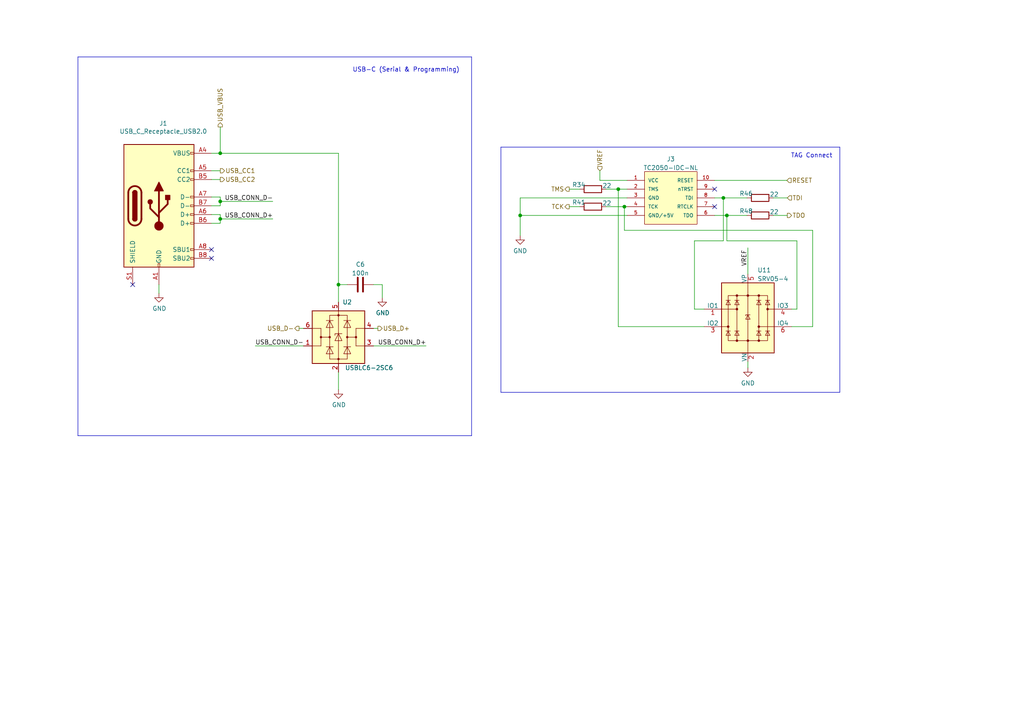
<source format=kicad_sch>
(kicad_sch (version 20230121) (generator eeschema)
  (paper "A4")
  (title_block (title "BCD-0o27 - Connectors") (date "2022-07-21") (rev "2") (company "BalcCon"))
  (lib_symbols
    (symbol "Connector:USB_C_Receptacle_USB2.0" (pin_names (offset 1.016))
      (property "Reference" "J" (at -10.16 19.05 0))
      (property "Value" "USB_C_Receptacle_USB2.0" (at 19.05 19.05 0))
      (symbol "USB_C_Receptacle_USB2.0_0_0"
        (rectangle (start -0.254 -17.78) (end 0.254 -16.764))
        (rectangle (start 10.16 -14.986) (end 9.144 -15.494))
        (rectangle (start 10.16 -12.446) (end 9.144 -12.954))
        (rectangle (start 10.16 -4.826) (end 9.144 -5.334))
        (rectangle (start 10.16 -2.286) (end 9.144 -2.794))
        (rectangle (start 10.16 0.254) (end 9.144 -0.254))
        (rectangle (start 10.16 2.794) (end 9.144 2.286))
        (rectangle (start 10.16 7.874) (end 9.144 7.366))
        (rectangle (start 10.16 10.414) (end 9.144 9.906))
        (rectangle (start 10.16 15.494) (end 9.144 14.986))
      )
      (symbol "USB_C_Receptacle_USB2.0_0_1"
        (rectangle (start -10.16 17.78) (end 10.16 -17.78) (stroke (width 0.254)) (fill (type background)))
        (arc (start -8.89 -3.81) (mid -6.985 -5.7067) (end -5.08 -3.81) (stroke (width 0.508)))
        (arc (start -7.62 -3.81) (mid -6.985 -4.4423) (end -6.35 -3.81) (stroke (width 0.254)))
        (arc (start -7.62 -3.81) (mid -6.985 -4.4423) (end -6.35 -3.81) (stroke (width 0.254)) (fill (type outline)))
        (rectangle (start -7.62 -3.81) (end -6.35 3.81) (stroke (width 0.254)) (fill (type outline)))
        (arc (start -6.35 3.81) (mid -6.985 4.4423) (end -7.62 3.81) (stroke (width 0.254)))
        (arc (start -6.35 3.81) (mid -6.985 4.4423) (end -7.62 3.81) (stroke (width 0.254)) (fill (type outline)))
        (arc (start -5.08 3.81) (mid -6.985 5.7067) (end -8.89 3.81) (stroke (width 0.508)))
        (circle (center -2.54 1.143) (radius 0.635) (stroke (width 0.254)) (fill (type outline)))
        (circle (center 0 -5.842) (radius 1.27) (fill (type outline)))
        (polyline (pts (xy -8.89 -3.81) (xy -8.89 3.81)) (stroke (width 0.508)))
        (polyline (pts (xy -5.08 3.81) (xy -5.08 -3.81)) (stroke (width 0.508)))
        (polyline (pts (xy 0 -5.842) (xy 0 4.318)) (stroke (width 0.508)))
        (polyline (pts (xy 0 -3.302) (xy -2.54 -0.762) (xy -2.54 0.508)) (stroke (width 0.508)))
        (polyline (pts (xy 0 -2.032) (xy 2.54 0.508) (xy 2.54 1.778)) (stroke (width 0.508)))
        (polyline (pts (xy -1.27 4.318) (xy 0 6.858) (xy 1.27 4.318) (xy -1.27 4.318)) (stroke (width 0.254)) (fill (type outline)))
        (rectangle (start 1.905 1.778) (end 3.175 3.048) (stroke (width 0.254)) (fill (type outline)))
      )
      (symbol "USB_C_Receptacle_USB2.0_1_1"
        (pin passive line (at 0 -22.86 90) (length 5.08) (name "GND") (number "A1"))
        (pin passive line (at 0 -22.86 90) (length 5.08) hide (name "GND") (number "A12"))
        (pin passive line (at 15.24 15.24 180) (length 5.08) (name "VBUS") (number "A4"))
        (pin bidirectional line (at 15.24 10.16 180) (length 5.08) (name "CC1") (number "A5"))
        (pin bidirectional line (at 15.24 -2.54 180) (length 5.08) (name "D+") (number "A6"))
        (pin bidirectional line (at 15.24 2.54 180) (length 5.08) (name "D-") (number "A7"))
        (pin bidirectional line (at 15.24 -12.7 180) (length 5.08) (name "SBU1") (number "A8"))
        (pin passive line (at 15.24 15.24 180) (length 5.08) hide (name "VBUS") (number "A9"))
        (pin passive line (at 0 -22.86 90) (length 5.08) hide (name "GND") (number "B1"))
        (pin passive line (at 0 -22.86 90) (length 5.08) hide (name "GND") (number "B12"))
        (pin passive line (at 15.24 15.24 180) (length 5.08) hide (name "VBUS") (number "B4"))
        (pin bidirectional line (at 15.24 7.62 180) (length 5.08) (name "CC2") (number "B5"))
        (pin bidirectional line (at 15.24 -5.08 180) (length 5.08) (name "D+") (number "B6"))
        (pin bidirectional line (at 15.24 0 180) (length 5.08) (name "D-") (number "B7"))
        (pin bidirectional line (at 15.24 -15.24 180) (length 5.08) (name "SBU2") (number "B8"))
        (pin passive line (at 15.24 15.24 180) (length 5.08) hide (name "VBUS") (number "B9"))
        (pin passive line (at -7.62 -22.86 90) (length 5.08) (name "SHIELD") (number "S1"))
      )
    )
    (symbol "Connector_Debug:TC2050-IDC-NL" (pin_names (offset 1.016))
      (property "Reference" "J" (at -7.62 7.62 0))
      (property "Value" "TC2050-IDC-NL" (at -7.62 -10.16 0))
      (symbol "TC2050-IDC-NL_0_0"
        (rectangle (start -7.62 -7.62) (end 7.62 7.62) (stroke (width 0.1524)) (fill (type background)))
        (pin passive line (at -12.7 5.08 0) (length 5.08) (name "VCC") (number "1"))
        (pin passive line (at 12.7 5.08 180) (length 5.08) (name "RESET") (number "10"))
        (pin passive line (at -12.7 2.54 0) (length 5.08) (name "TMS") (number "2"))
        (pin passive line (at -12.7 0 0) (length 5.08) (name "GND") (number "3"))
        (pin passive line (at -12.7 -2.54 0) (length 5.08) (name "TCK") (number "4"))
        (pin passive line (at -12.7 -5.08 0) (length 5.08) (name "GND/+5V") (number "5"))
        (pin passive line (at 12.7 -5.08 180) (length 5.08) (name "TDO") (number "6"))
        (pin passive line (at 12.7 -2.54 180) (length 5.08) (name "RTCLK") (number "7"))
        (pin passive line (at 12.7 0 180) (length 5.08) (name "TDI") (number "8"))
        (pin passive line (at 12.7 2.54 180) (length 5.08) (name "nTRST") (number "9"))
      )
    )
    (symbol "Device:C" (pin_numbers hide) (pin_names (offset 0.254))
      (property "Reference" "C" (at 0.635 2.54 0))
      (property "Value" "C" (at 0.635 -2.54 0))
      (symbol "C_0_1"
        (polyline (pts (xy -2.032 -0.762) (xy 2.032 -0.762)) (stroke (width 0.508)))
        (polyline (pts (xy -2.032 0.762) (xy 2.032 0.762)) (stroke (width 0.508)))
      )
      (symbol "C_1_1"
        (pin passive line (at 0 3.81 270) (length 2.794) (name "~") (number "1"))
        (pin passive line (at 0 -3.81 90) (length 2.794) (name "~") (number "2"))
      )
    )
    (symbol "Device:R" (pin_numbers hide) (pin_names (offset 0))
      (property "Reference" "R" (at 2.032 0 90))
      (property "Value" "R" (at 0 0 90))
      (symbol "R_0_1"
        (rectangle (start -1.016 -2.54) (end 1.016 2.54) (stroke (width 0.254)))
      )
      (symbol "R_1_1"
        (pin passive line (at 0 3.81 270) (length 1.27) (name "~") (number "1"))
        (pin passive line (at 0 -3.81 90) (length 1.27) (name "~") (number "2"))
      )
    )
    (symbol "Power_Protection:SRV05-4" (pin_names (offset 0))
      (property "Reference" "U" (at -5.08 11.43 0))
      (property "Value" "SRV05-4" (at 2.54 11.43 0))
      (symbol "SRV05-4_0_0"
        (rectangle (start -5.715 6.477) (end 5.715 -6.604))
        (polyline (pts (xy -3.175 -6.604) (xy -3.175 6.477)))
        (polyline (pts (xy 3.175 6.477) (xy 3.175 -6.604)))
      )
      (symbol "SRV05-4_0_1"
        (rectangle (start -7.62 10.16) (end 7.62 -10.16) (stroke (width 0.254)) (fill (type background)))
        (circle (center -5.715 -2.54) (radius 0.2794) (fill (type outline)))
        (circle (center -3.175 -6.604) (radius 0.2794) (fill (type outline)))
        (circle (center -3.175 2.54) (radius 0.2794) (fill (type outline)))
        (circle (center -3.175 6.477) (radius 0.2794) (fill (type outline)))
        (circle (center 0 -6.604) (radius 0.2794) (fill (type outline)))
        (polyline (pts (xy -7.747 2.54) (xy -3.175 2.54)))
        (polyline (pts (xy -7.62 -2.54) (xy -5.715 -2.54)))
        (polyline (pts (xy -5.08 -3.81) (xy -6.35 -3.81)))
        (polyline (pts (xy -5.08 5.08) (xy -6.35 5.08)))
        (polyline (pts (xy -2.54 -3.81) (xy -3.81 -3.81)))
        (polyline (pts (xy -2.54 5.08) (xy -3.81 5.08)))
        (polyline (pts (xy 0 10.16) (xy 0 -10.16)))
        (polyline (pts (xy 3.81 -3.81) (xy 2.54 -3.81)))
        (polyline (pts (xy 3.81 5.08) (xy 2.54 5.08)))
        (polyline (pts (xy 6.35 -3.81) (xy 5.08 -3.81)))
        (polyline (pts (xy 6.35 5.08) (xy 5.08 5.08)))
        (polyline (pts (xy 7.62 -2.54) (xy 3.175 -2.54)))
        (polyline (pts (xy 7.62 2.54) (xy 5.715 2.54)))
        (polyline (pts (xy 0.635 0.889) (xy -0.635 0.889) (xy -0.635 0.635)))
        (polyline (pts (xy -5.08 -5.08) (xy -6.35 -5.08) (xy -5.715 -3.81) (xy -5.08 -5.08)))
        (polyline (pts (xy -5.08 3.81) (xy -6.35 3.81) (xy -5.715 5.08) (xy -5.08 3.81)))
        (polyline (pts (xy -2.54 -5.08) (xy -3.81 -5.08) (xy -3.175 -3.81) (xy -2.54 -5.08)))
        (polyline (pts (xy -2.54 3.81) (xy -3.81 3.81) (xy -3.175 5.08) (xy -2.54 3.81)))
        (polyline (pts (xy 0.635 -0.381) (xy -0.635 -0.381) (xy 0 0.889) (xy 0.635 -0.381)))
        (polyline (pts (xy 3.81 -5.08) (xy 2.54 -5.08) (xy 3.175 -3.81) (xy 3.81 -5.08)))
        (polyline (pts (xy 3.81 3.81) (xy 2.54 3.81) (xy 3.175 5.08) (xy 3.81 3.81)))
        (polyline (pts (xy 6.35 -5.08) (xy 5.08 -5.08) (xy 5.715 -3.81) (xy 6.35 -5.08)))
        (polyline (pts (xy 6.35 3.81) (xy 5.08 3.81) (xy 5.715 5.08) (xy 6.35 3.81)))
        (circle (center 0 6.477) (radius 0.2794) (fill (type outline)))
        (circle (center 3.175 -6.604) (radius 0.2794) (fill (type outline)))
        (circle (center 3.175 -2.54) (radius 0.2794) (fill (type outline)))
        (circle (center 3.175 6.477) (radius 0.2794) (fill (type outline)))
        (circle (center 5.715 2.54) (radius 0.2794) (fill (type outline)))
      )
      (symbol "SRV05-4_1_1"
        (pin passive line (at -12.7 2.54 0) (length 5.08) (name "IO1") (number "1"))
        (pin passive line (at 0 -12.7 90) (length 2.54) (name "VN") (number "2"))
        (pin passive line (at -12.7 -2.54 0) (length 5.08) (name "IO2") (number "3"))
        (pin passive line (at 12.7 2.54 180) (length 5.08) (name "IO3") (number "4"))
        (pin passive line (at 0 12.7 270) (length 2.54) (name "VP") (number "5"))
        (pin passive line (at 12.7 -2.54 180) (length 5.08) (name "IO4") (number "6"))
      )
    )
    (symbol "Power_Protection:USBLC6-2SC6" (pin_names hide)
      (property "Reference" "U" (at 2.54 8.89 0))
      (property "Value" "USBLC6-2SC6" (at 2.54 -8.89 0))
      (symbol "USBLC6-2SC6_0_1"
        (rectangle (start -7.62 -7.62) (end 7.62 7.62) (stroke (width 0.254)) (fill (type background)))
        (circle (center -5.08 0) (radius 0.254) (fill (type outline)))
        (circle (center -2.54 0) (radius 0.254) (fill (type outline)))
        (rectangle (start -2.54 6.35) (end 2.54 -6.35))
        (circle (center 0 -6.35) (radius 0.254) (fill (type outline)))
        (polyline (pts (xy -5.08 -2.54) (xy -7.62 -2.54)))
        (polyline (pts (xy -5.08 0) (xy -5.08 -2.54)))
        (polyline (pts (xy -5.08 2.54) (xy -7.62 2.54)))
        (polyline (pts (xy -1.524 -2.794) (xy -3.556 -2.794)))
        (polyline (pts (xy -1.524 4.826) (xy -3.556 4.826)))
        (polyline (pts (xy 0 -7.62) (xy 0 -6.35)))
        (polyline (pts (xy 0 -6.35) (xy 0 1.27)))
        (polyline (pts (xy 0 1.27) (xy 0 6.35)))
        (polyline (pts (xy 0 6.35) (xy 0 7.62)))
        (polyline (pts (xy 1.524 -2.794) (xy 3.556 -2.794)))
        (polyline (pts (xy 1.524 4.826) (xy 3.556 4.826)))
        (polyline (pts (xy 5.08 -2.54) (xy 7.62 -2.54)))
        (polyline (pts (xy 5.08 0) (xy 5.08 -2.54)))
        (polyline (pts (xy 5.08 2.54) (xy 7.62 2.54)))
        (polyline (pts (xy -2.54 0) (xy -5.08 0) (xy -5.08 2.54)))
        (polyline (pts (xy 2.54 0) (xy 5.08 0) (xy 5.08 2.54)))
        (polyline (pts (xy -3.556 -4.826) (xy -1.524 -4.826) (xy -2.54 -2.794) (xy -3.556 -4.826)))
        (polyline (pts (xy -3.556 2.794) (xy -1.524 2.794) (xy -2.54 4.826) (xy -3.556 2.794)))
        (polyline (pts (xy -1.016 -1.016) (xy 1.016 -1.016) (xy 0 1.016) (xy -1.016 -1.016)))
        (polyline (pts (xy 1.016 1.016) (xy 0.762 1.016) (xy -1.016 1.016) (xy -1.016 0.508)))
        (polyline (pts (xy 3.556 -4.826) (xy 1.524 -4.826) (xy 2.54 -2.794) (xy 3.556 -4.826)))
        (polyline (pts (xy 3.556 2.794) (xy 1.524 2.794) (xy 2.54 4.826) (xy 3.556 2.794)))
        (circle (center 0 6.35) (radius 0.254) (fill (type outline)))
        (circle (center 2.54 0) (radius 0.254) (fill (type outline)))
        (circle (center 5.08 0) (radius 0.254) (fill (type outline)))
      )
      (symbol "USBLC6-2SC6_1_1"
        (pin passive line (at -10.16 -2.54 0) (length 2.54) (name "I/O1") (number "1"))
        (pin passive line (at 0 -10.16 90) (length 2.54) (name "GND") (number "2"))
        (pin passive line (at 10.16 -2.54 180) (length 2.54) (name "I/O2") (number "3"))
        (pin passive line (at 10.16 2.54 180) (length 2.54) (name "I/O2") (number "4"))
        (pin passive line (at 0 10.16 270) (length 2.54) (name "VBUS") (number "5"))
        (pin passive line (at -10.16 2.54 0) (length 2.54) (name "I/O1") (number "6"))
      )
    )
    (symbol "power:GND" (power) (pin_names (offset 0))
      (property "Value" "GND" (at 0 -3.81 0))
      (symbol "GND_0_1"
        (polyline (pts (xy 0 0) (xy 0 -1.27) (xy 1.27 -1.27) (xy 0 -2.54) (xy -1.27 -1.27) (xy 0 -1.27)))
      )
      (symbol "GND_1_1"
        (pin power_in line (at 0 0 270) (length 0) hide (name "GND") (number "1"))
      )
    )
  )
  (junction (at 181.102 59.944))
  (junction (at 179.324 54.864))
  (junction (at 210.82 62.484))
  (junction (at 63.881 58.42))
  (junction (at 63.881 63.5))
  (junction (at 98.171 82.55))
  (junction (at 209.804 57.404))
  (junction (at 150.876 62.484))
  (junction (at 63.881 44.45))
  (no_connect (at 207.264 59.944))
  (no_connect (at 38.481 82.55))
  (no_connect (at 207.264 54.864))
  (no_connect (at 61.341 72.39))
  (no_connect (at 61.341 74.93))
  (wire (pts (xy 209.804 69.85) (xy 209.804 57.404)))
  (wire (pts (xy 210.82 62.484) (xy 216.662 62.484)))
  (wire (pts (xy 108.331 100.33) (xy 123.571 100.33)))
  (polyline (pts (xy 243.586 42.672) (xy 243.586 113.792)))
  (wire (pts (xy 61.341 44.45) (xy 63.881 44.45)))
  (wire (pts (xy 179.324 54.864) (xy 181.864 54.864)))
  (wire (pts (xy 150.876 62.484) (xy 150.876 68.326)))
  (wire (pts (xy 63.881 58.42) (xy 63.881 59.69)))
  (wire (pts (xy 209.804 57.404) (xy 216.662 57.404)))
  (wire (pts (xy 201.422 69.85) (xy 201.422 89.662)))
  (polyline (pts (xy 145.288 42.672) (xy 145.288 113.792)))
  (wire (pts (xy 165.1 59.944) (xy 168.148 59.944)))
  (polyline (pts (xy 145.288 42.672) (xy 243.586 42.672)))
  (wire (pts (xy 204.216 89.662) (xy 201.422 89.662)))
  (wire (pts (xy 98.171 107.95) (xy 98.171 113.03)))
  (wire (pts (xy 61.341 62.23) (xy 63.881 62.23)))
  (polyline (pts (xy 136.779 16.51) (xy 136.779 126.365)))
  (wire (pts (xy 201.422 69.85) (xy 209.804 69.85)))
  (wire (pts (xy 63.881 59.69) (xy 61.341 59.69)))
  (wire (pts (xy 98.171 82.55) (xy 100.711 82.55)))
  (wire (pts (xy 74.041 100.33) (xy 88.011 100.33)))
  (wire (pts (xy 110.871 82.55) (xy 108.331 82.55)))
  (wire (pts (xy 150.876 57.404) (xy 181.864 57.404)))
  (wire (pts (xy 165.1 54.864) (xy 168.148 54.864)))
  (wire (pts (xy 63.881 63.5) (xy 63.881 64.77)))
  (wire (pts (xy 63.881 57.15) (xy 63.881 58.42)))
  (wire (pts (xy 150.876 62.484) (xy 181.864 62.484)))
  (wire (pts (xy 179.324 54.864) (xy 179.324 94.742)))
  (wire (pts (xy 175.768 54.864) (xy 179.324 54.864)))
  (wire (pts (xy 110.871 82.55) (xy 110.871 86.36)))
  (polyline (pts (xy 136.779 126.365) (xy 22.606 126.365)))
  (wire (pts (xy 63.881 64.77) (xy 61.341 64.77)))
  (wire (pts (xy 63.881 36.83) (xy 63.881 44.45)))
  (wire (pts (xy 181.102 59.944) (xy 181.864 59.944)))
  (wire (pts (xy 224.282 57.404) (xy 228.346 57.404)))
  (wire (pts (xy 181.102 66.802) (xy 235.712 66.802)))
  (wire (pts (xy 46.101 82.55) (xy 46.101 85.09)))
  (wire (pts (xy 179.324 94.742) (xy 204.216 94.742)))
  (wire (pts (xy 63.881 63.5) (xy 79.121 63.5)))
  (polyline (pts (xy 22.606 16.51) (xy 136.779 16.51)))
  (wire (pts (xy 173.99 49.53) (xy 173.99 52.324)))
  (wire (pts (xy 63.881 44.45) (xy 98.171 44.45)))
  (wire (pts (xy 175.768 59.944) (xy 181.102 59.944)))
  (wire (pts (xy 210.82 62.484) (xy 210.82 69.85)))
  (wire (pts (xy 63.881 62.23) (xy 63.881 63.5)))
  (wire (pts (xy 207.264 57.404) (xy 209.804 57.404)))
  (wire (pts (xy 98.171 44.45) (xy 98.171 82.55)))
  (polyline (pts (xy 243.586 113.792) (xy 145.288 113.792)))
  (wire (pts (xy 150.876 57.404) (xy 150.876 62.484)))
  (wire (pts (xy 207.264 52.324) (xy 228.219 52.324)))
  (wire (pts (xy 98.171 82.55) (xy 98.171 87.63)))
  (wire (pts (xy 231.14 69.85) (xy 210.82 69.85)))
  (wire (pts (xy 216.916 104.902) (xy 216.916 106.68)))
  (wire (pts (xy 63.881 58.42) (xy 79.121 58.42)))
  (wire (pts (xy 235.712 66.802) (xy 235.712 94.742)))
  (wire (pts (xy 181.864 52.324) (xy 173.99 52.324)))
  (wire (pts (xy 61.341 57.15) (xy 63.881 57.15)))
  (wire (pts (xy 61.341 52.07) (xy 63.881 52.07)))
  (wire (pts (xy 229.616 89.662) (xy 231.14 89.662)))
  (wire (pts (xy 61.341 49.53) (xy 63.881 49.53)))
  (wire (pts (xy 216.916 71.882) (xy 216.916 79.502)))
  (wire (pts (xy 231.14 89.662) (xy 231.14 69.85)))
  (wire (pts (xy 235.712 94.742) (xy 229.616 94.742)))
  (wire (pts (xy 108.331 95.25) (xy 109.601 95.25)))
  (wire (pts (xy 181.102 66.802) (xy 181.102 59.944)))
  (polyline (pts (xy 22.606 16.51) (xy 22.606 126.365)))
  (wire (pts (xy 86.741 95.25) (xy 88.011 95.25)))
  (wire (pts (xy 207.264 62.484) (xy 210.82 62.484)))
  (wire (pts (xy 224.282 62.484) (xy 228.346 62.484)))
  (text "TAG Connect" (at 229.362 45.974 0) (effects (font (size 1.27 1.27)) (justify left bottom)))
  (text "USB-C (Serial & Programming)" (at 102.235 21.082 0) (effects (font (size 1.27 1.27)) (justify left bottom)))
  (label "USB_CONN_D-" (at 74.041 100.33 0))
  (label "USB_CONN_D+" (at 109.601 100.33 0))
  (label "USB_CONN_D-" (at 65.151 58.42 0))
  (label "USB_CONN_D+" (at 65.151 63.5 0))
  (label "VREF" (at 216.916 77.216 90))
  (hierarchical_label "USB_CC1" (shape output) (at 63.881 49.53 0))
  (hierarchical_label "USB_VBUS" (shape output) (at 63.881 36.83 90))
  (hierarchical_label "TDO" (shape output) (at 228.346 62.484 0))
  (hierarchical_label "VREF" (shape input) (at 173.99 49.53 90))
  (hierarchical_label "TDI" (shape input) (at 228.346 57.404 0))
  (hierarchical_label "USB_D-" (shape output) (at 86.741 95.25 180))
  (hierarchical_label "USB_CC2" (shape output) (at 63.881 52.07 0))
  (hierarchical_label "RESET" (shape input) (at 228.219 52.324 0))
  (hierarchical_label "TMS" (shape output) (at 165.1 54.864 180))
  (hierarchical_label "TCK" (shape output) (at 165.1 59.944 180))
  (hierarchical_label "USB_D+" (shape output) (at 109.601 95.25 0))
  (symbol (lib_id "Connector:USB_C_Receptacle_USB2.0") (at 46.101 59.69 0) (unit 1)
    (property "Reference" "J1" (at 47.371 35.7886 0))
    (property "Value" "USB_C_Receptacle_USB2.0" (at 47.371 38.1 0))
    (property "Footprint" "Connector_USB:USB_C_Receptacle_HRO_TYPE-C-31-M-12" (effects hide))
    (property "Datasheet" "https://www.usb.org/sites/default/files/documents/usb_type-c.zip" (effects hide))
    (property "LCSC" "C165948" (effects hide))
  )
  (symbol (lib_id "Power_Protection:USBLC6-2SC6") (at 98.171 97.79 0) (unit 1)
    (property "Reference" "U2" (at 100.711 87.63 0))
    (property "Value" "USBLC6-2SC6" (at 107.061 106.68 0))
    (property "Footprint" "Package_TO_SOT_SMD:SOT-23-6" (effects hide))
    (property "Datasheet" "https://www.st.com/resource/en/datasheet/usblc6-2.pdf" (effects hide))
    (property "LCSC" "C2687116" (effects hide))
  )
  (symbol (lib_id "power:GND") (at 98.171 113.03 0) (unit 1)
    (property "Reference" "#PWR011" (effects hide))
    (property "Value" "GND" (at 98.298 117.4242 0))
  )
  (symbol (lib_id "power:GND") (at 46.101 85.09 0) (unit 1)
    (property "Reference" "#PWR09" (effects hide))
    (property "Value" "GND" (at 46.228 89.4842 0))
  )
  (symbol (lib_id "power:GND") (at 150.876 68.326 0) (unit 1)
    (property "Reference" "#PWR0101" (effects hide))
    (property "Value" "GND" (at 150.876 72.7694 0))
  )
  (symbol (lib_id "Connector_Debug:TC2050-IDC-NL") (at 194.564 57.404 0) (unit 1)
    (property "Reference" "J3" (at 194.564 46.135 0))
    (property "Value" "TC2050-IDC-NL" (at 194.564 48.6719 0))
    (property "Footprint" "TAG-CONNECT_TC2050-IDC-NL" (effects hide))
    (property "STANDARD" "Manufacturer recommendations" (effects hide))
    (property "MANUFACTURER" "Tag-Connect" (effects hide))
    (property "PARTREV" "A" (effects hide))
  )
  (symbol (lib_id "power:GND") (at 216.916 106.68 0) (unit 1)
    (property "Reference" "#PWR0102" (effects hide))
    (property "Value" "GND" (at 216.916 111.1234 0))
  )
  (symbol (lib_id "Device:C") (at 104.521 82.55 90) (unit 1)
    (property "Reference" "C6" (at 104.521 76.6912 90))
    (property "Value" "100n" (at 104.521 79.2281 90))
    (property "Footprint" "Capacitor_SMD:C_0603_1608Metric" (effects hide))
    (property "LCSC" "C14663" (effects hide))
    (property "AltPart" "0805: C28233" (effects hide))
  )
  (symbol (lib_id "Device:R") (at 171.958 54.864 90) (unit 1)
    (property "Reference" "R34" (at 167.894 53.594 90))
    (property "Value" "22" (at 176.022 53.848 90))
    (property "Footprint" "Resistor_SMD:R_0603_1608Metric" (effects hide))
    (property "LCSC" "C23345" (effects hide))
  )
  (symbol (lib_id "Device:R") (at 220.472 57.404 90) (unit 1)
    (property "Reference" "R46" (at 216.408 56.134 90))
    (property "Value" "22" (at 224.536 56.388 90))
    (property "Footprint" "Resistor_SMD:R_0603_1608Metric" (effects hide))
    (property "LCSC" "C23345" (effects hide))
  )
  (symbol (lib_id "Power_Protection:SRV05-4") (at 216.916 92.202 0) (unit 1)
    (property "Reference" "U11" (at 219.6847 78.3422 0) (effects (justify left)))
    (property "Value" "SRV05-4" (at 219.6847 80.8791 0) (effects (justify left)))
    (property "Footprint" "Package_TO_SOT_SMD:SOT-23-6" (effects hide))
    (property "Datasheet" "http://www.onsemi.com/pub/Collateral/SRV05-4-D.PDF" (effects hide))
    (property "LCSC" "C558418" (effects hide))
  )
  (symbol (lib_id "Device:R") (at 220.472 62.484 90) (unit 1)
    (property "Reference" "R48" (at 216.408 61.214 90))
    (property "Value" "22" (at 224.536 61.468 90))
    (property "Footprint" "Resistor_SMD:R_0603_1608Metric" (effects hide))
    (property "LCSC" "C23345" (effects hide))
  )
  (symbol (lib_id "Device:R") (at 171.958 59.944 90) (unit 1)
    (property "Reference" "R41" (at 167.894 58.674 90))
    (property "Value" "22" (at 176.022 58.928 90))
    (property "Footprint" "Resistor_SMD:R_0603_1608Metric" (effects hide))
    (property "LCSC" "C23345" (effects hide))
  )
  (symbol (lib_id "power:GND") (at 110.871 86.36 0) (unit 1)
    (property "Reference" "#PWR010" (effects hide))
    (property "Value" "GND" (at 110.998 90.7542 0))
  )
)
</source>
